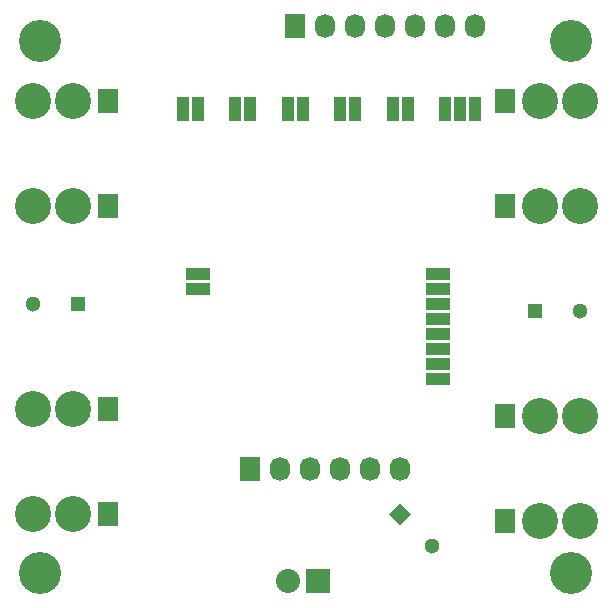
<source format=gbs>
G04 #@! TF.FileFunction,Soldermask,Bot*
%FSLAX46Y46*%
G04 Gerber Fmt 4.6, Leading zero omitted, Abs format (unit mm)*
G04 Created by KiCad (PCBNEW 4.0.2-stable) date Friday, March 18, 2016 'pmt' 12:09:26 pm*
%MOMM*%
G01*
G04 APERTURE LIST*
%ADD10C,0.100000*%
%ADD11R,2.032000X1.016000*%
%ADD12R,1.016000X2.032000*%
%ADD13R,1.727200X2.032000*%
%ADD14O,1.727200X2.032000*%
%ADD15R,2.032000X2.032000*%
%ADD16O,2.032000X2.032000*%
%ADD17C,3.556000*%
%ADD18C,1.300000*%
%ADD19R,1.300000X1.300000*%
%ADD20C,3.048000*%
G04 APERTURE END LIST*
D10*
D11*
X64375000Y-57955000D03*
X64375000Y-59225000D03*
D12*
X85330000Y-43985000D03*
X86600000Y-43985000D03*
X87870000Y-43985000D03*
D11*
X84695000Y-57955000D03*
X84695000Y-59225000D03*
X84695000Y-60495000D03*
X84695000Y-61765000D03*
X84695000Y-63035000D03*
X84695000Y-64305000D03*
X84695000Y-65575000D03*
X84695000Y-66845000D03*
D12*
X64375000Y-43985000D03*
X63105000Y-43985000D03*
X82155000Y-43985000D03*
X80885000Y-43985000D03*
X68820000Y-43985000D03*
X67550000Y-43985000D03*
X76440000Y-43985000D03*
X77710000Y-43985000D03*
X73265000Y-43985000D03*
X71995000Y-43985000D03*
D13*
X72630000Y-37000000D03*
D14*
X75170000Y-37000000D03*
X77710000Y-37000000D03*
X80250000Y-37000000D03*
X82790000Y-37000000D03*
X85330000Y-37000000D03*
X87870000Y-37000000D03*
D15*
X74535000Y-83990000D03*
D16*
X71995000Y-83990000D03*
D13*
X68820000Y-74465000D03*
D14*
X71360000Y-74465000D03*
X73900000Y-74465000D03*
X76440000Y-74465000D03*
X78980000Y-74465000D03*
X81520000Y-74465000D03*
D17*
X51000000Y-38230000D03*
X96000000Y-38230000D03*
X96000000Y-83230000D03*
X51000000Y-83230000D03*
D10*
G36*
X80600761Y-78275000D02*
X81520000Y-77355761D01*
X82439239Y-78275000D01*
X81520000Y-79194239D01*
X80600761Y-78275000D01*
X80600761Y-78275000D01*
G37*
D18*
X84207006Y-80962006D03*
D19*
X54215000Y-60495000D03*
D18*
X50415000Y-60495000D03*
D19*
X92950000Y-61130000D03*
D18*
X96750000Y-61130000D03*
D13*
X56755000Y-52240000D03*
D20*
X53834000Y-52240000D03*
X50405000Y-52240000D03*
D13*
X56755000Y-43350000D03*
D20*
X53834000Y-43350000D03*
X50405000Y-43350000D03*
D13*
X56755000Y-69385000D03*
D20*
X53834000Y-69385000D03*
X50405000Y-69385000D03*
D13*
X56755000Y-78275000D03*
D20*
X53834000Y-78275000D03*
X50405000Y-78275000D03*
D13*
X90410000Y-78910000D03*
D20*
X93331000Y-78910000D03*
X96760000Y-78910000D03*
D13*
X90410000Y-70020000D03*
D20*
X93331000Y-70020000D03*
X96760000Y-70020000D03*
D13*
X90410000Y-52240000D03*
D20*
X93331000Y-52240000D03*
X96760000Y-52240000D03*
D13*
X90410000Y-43350000D03*
D20*
X93331000Y-43350000D03*
X96760000Y-43350000D03*
M02*

</source>
